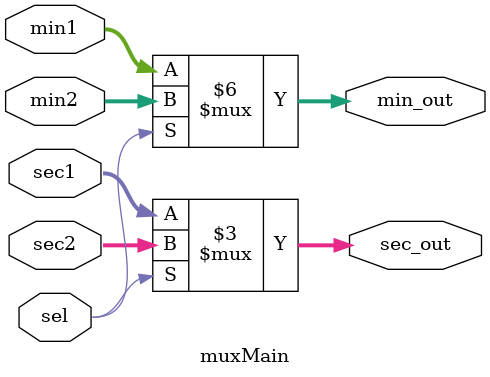
<source format=v>
`timescale 1ns / 1ps


module muxMain(
    input [5:0] min1, min2, sec1, sec2,
    input sel,
    output reg[5:0] min_out, sec_out
    );
    
    always@(min1 or min2 or sec1 or sec2 or sel) begin
        if(sel) begin
            min_out <= min2;
            sec_out <= sec2;
        end else begin
            min_out <= min1;
            sec_out <= sec1;
        end
    end
endmodule

</source>
